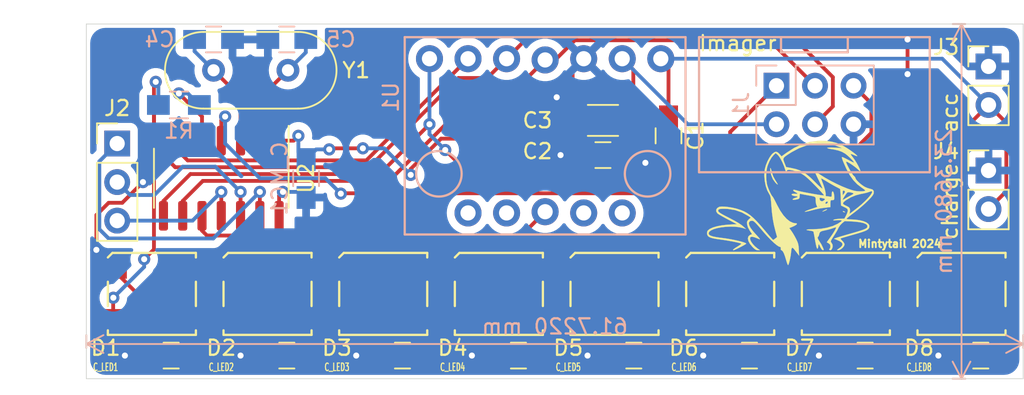
<source format=kicad_pcb>
(kicad_pcb (version 20221018) (generator pcbnew)
  (layers (0 "F.Cu" signal) (31 "B.Cu" signal) (34 "B.Paste" user) (35 "F.Paste" user) (36 "B.SilkS" user "B.Silkscreen") (37 "F.SilkS" user "F.Silkscreen") (38 "B.Mask" user) (39 "F.Mask" user) (44 "Edge.Cuts" user))
  (net 0 "")
  (net 1 "/gnd")
  (net 2 "/+acc")
  (net 3 "/vcc")
  (net 4 "Net-(C4-Pad1)")
  (net 5 "Net-(C5-Pad1)")
  (net 6 "/isp_rst")
  (net 7 "/acc_sdx")
  (net 8 "/acc_scx")
  (net 9 "/acc_sdo")
  (net 10 "Net-(J2-Pad3)")
  (net 11 "Net-(J2-Pad2)")
  (net 12 "Net-(J2-Pad1)")
  (net 13 "/acc_int1")
  (net 14 "/acc_cs")
  (net 15 "Net-(U1-Pad9)")
  (net 16 "Net-(U1-Pad8)")
  (net 17 "Net-(U1-Pad11)")
  (net 18 "Net-(U1-Pad12)")
  (net 19 "/led_in")
  (net 20 "Net-(D1-Pad2)")
  (net 21 "Net-(D2-Pad2)")
  (net 22 "Net-(D3-Pad2)")
  (net 23 "Net-(D4-Pad2)")
  (net 24 "Net-(D5-Pad2)")
  (net 25 "Net-(D6-Pad2)")
  (net 26 "Net-(D8-Pad2)")
  (net 27 "Net-(D7-Pad2)")
  (net 28 "Net-(D1-Pad4)")
  (footprint "Capacitors_SMD:C_1206_HandSoldering" (layer "F.Cu") (at 226.06 83.312 180)
    (fp_text reference "C3" (at 4.318 0) (layer "F.SilkS"))
    (fp_text value "10u")
    (pad "1" smd rect (at -2 0 180) (size 2 1.6) (layers "F.Cu" "F.Paste" "F.Mask") (net 3 "/vcc"))
    (pad "2" smd rect (at 2 0 180) (size 2 1.6) (layers "F.Cu" "F.Paste" "F.Mask") (net 1 "/gnd"))
  )
  (footprint "Capacitors_SMD:C_0805_HandSoldering" (layer "F.Cu") (at 230.378 84.328 -90)
    (fp_text reference "C1" (at 0 -1.778 90) (layer "F.SilkS"))
    (fp_text value "100n")
    (pad "1" smd rect (at -1.25 0 270) (size 1.5 1.25) (layers "F.Cu" "F.Paste" "F.Mask") (net 2 "/+acc"))
    (pad "2" smd rect (at 1.25 0 270) (size 1.5 1.25) (layers "F.Cu" "F.Paste" "F.Mask") (net 1 "/gnd"))
  )
  (footprint "Pin_Headers:Pin_Header_Straight_1x02_Pitch2.54mm" (layer "F.Cu") (at 251.46 86.614)
    (fp_text reference "J4" (at -2.794 -1.27) (layer "F.SilkS"))
    (fp_text value "charge" (at -2.54 2.032 90) (layer "F.SilkS"))
    (pad "1" thru_hole rect (at 0 0) (size 1.7 1.7) (drill 1) (layers "*.Cu" "*.Mask") (net 1 "/gnd"))
    (pad "2" thru_hole oval (at 0 2.54) (size 1.7 1.7) (drill 1) (layers "*.Cu" "*.Mask") (net 2 "/+acc"))
  )
  (footprint "Pin_Headers:Pin_Header_Straight_1x02_Pitch2.54mm" (layer "F.Cu") (at 251.46 79.756)
    (fp_text reference "J3" (at -2.794 -1.27) (layer "F.SilkS"))
    (fp_text value "acc" (at -2.54 3.048 270) (layer "F.SilkS"))
    (pad "1" thru_hole rect (at 0 0) (size 1.7 1.7) (drill 1) (layers "*.Cu" "*.Mask") (net 1 "/gnd"))
    (pad "2" thru_hole oval (at 0 2.54) (size 1.7 1.7) (drill 1) (layers "*.Cu" "*.Mask") (net 2 "/+acc"))
  )
  (footprint "Capacitors_SMD:C_0805_HandSoldering" (layer "F.Cu") (at 197.612 98.806 180)
    (fp_text reference "C_LED1" (at 4.318 -0.762) (layer "F.SilkS") (effects (font (size 0.5 0.3) (thickness 0.075))))
    (fp_text value "100n")
    (pad "1" smd rect (at -1.25 0 180) (size 1.5 1.25) (layers "F.Cu" "F.Paste" "F.Mask") (net 2 "/+acc"))
    (pad "2" smd rect (at 1.25 0 180) (size 1.5 1.25) (layers "F.Cu" "F.Paste" "F.Mask") (net 1 "/gnd"))
  )
  (footprint "misc:LED_WS2812B_PLCC4_5.0x5.0mm_P3.2mm" (layer "F.Cu") (at 196.342 94.742 180)
    (fp_text reference "D1" (at 3.048 -3.556) (layer "F.SilkS"))
    (fp_text value "WS2812B")
    (pad "1" smd rect (at -2.55 -1.6 180) (size 1.8 1.2) (layers "F.Cu" "F.Paste" "F.Mask") (net 2 "/+acc"))
    (pad "2" smd rect (at -2.55 1.6 180) (size 1.8 1.2) (layers "F.Cu" "F.Paste" "F.Mask") (net 20 "Net-(D1-Pad2)"))
    (pad "3" smd rect (at 2.55 1.6 180) (size 1.8 1.2) (layers "F.Cu" "F.Paste" "F.Mask") (net 1 "/gnd"))
    (pad "4" smd rect (at 2.55 -1.6 180) (size 1.8 1.2) (layers "F.Cu" "F.Paste" "F.Mask") (net 28 "Net-(D1-Pad4)"))
  )
  (footprint "misc:LED_WS2812B_PLCC4_5.0x5.0mm_P3.2mm" (layer "F.Cu") (at 219.202 94.742 180)
    (fp_text reference "D4" (at 3.048 -3.556) (layer "F.SilkS"))
    (fp_text value "WS2812B")
    (pad "1" smd rect (at -2.55 -1.6 180) (size 1.8 1.2) (layers "F.Cu" "F.Paste" "F.Mask") (net 2 "/+acc"))
    (pad "2" smd rect (at -2.55 1.6 180) (size 1.8 1.2) (layers "F.Cu" "F.Paste" "F.Mask") (net 23 "Net-(D4-Pad2)"))
    (pad "3" smd rect (at 2.55 1.6 180) (size 1.8 1.2) (layers "F.Cu" "F.Paste" "F.Mask") (net 1 "/gnd"))
    (pad "4" smd rect (at 2.55 -1.6 180) (size 1.8 1.2) (layers "F.Cu" "F.Paste" "F.Mask") (net 22 "Net-(D3-Pad2)"))
  )
  (footprint "misc:LED_WS2812B_PLCC4_5.0x5.0mm_P3.2mm" (layer "F.Cu") (at 226.822 94.742 180)
    (fp_text reference "D5" (at 3.048 -3.556) (layer "F.SilkS"))
    (fp_text value "WS2812B")
    (pad "1" smd rect (at -2.55 -1.6 180) (size 1.8 1.2) (layers "F.Cu" "F.Paste" "F.Mask") (net 2 "/+acc"))
    (pad "2" smd rect (at -2.55 1.6 180) (size 1.8 1.2) (layers "F.Cu" "F.Paste" "F.Mask") (net 24 "Net-(D5-Pad2)"))
    (pad "3" smd rect (at 2.55 1.6 180) (size 1.8 1.2) (layers "F.Cu" "F.Paste" "F.Mask") (net 1 "/gnd"))
    (pad "4" smd rect (at 2.55 -1.6 180) (size 1.8 1.2) (layers "F.Cu" "F.Paste" "F.Mask") (net 23 "Net-(D4-Pad2)"))
  )
  (footprint "misc:LED_WS2812B_PLCC4_5.0x5.0mm_P3.2mm" (layer "F.Cu") (at 249.682 94.742 180)
    (fp_text reference "D8" (at 2.794 -3.556) (layer "F.SilkS"))
    (fp_text value "WS2812B")
    (pad "1" smd rect (at -2.55 -1.6 180) (size 1.8 1.2) (layers "F.Cu" "F.Paste" "F.Mask") (net 2 "/+acc"))
    (pad "2" smd rect (at -2.55 1.6 180) (size 1.8 1.2) (layers "F.Cu" "F.Paste" "F.Mask") (net 26 "Net-(D8-Pad2)"))
    (pad "3" smd rect (at 2.55 1.6 180) (size 1.8 1.2) (layers "F.Cu" "F.Paste" "F.Mask") (net 1 "/gnd"))
    (pad "4" smd rect (at 2.55 -1.6 180) (size 1.8 1.2) (layers "F.Cu" "F.Paste" "F.Mask") (net 27 "Net-(D7-Pad2)"))
  )
  (footprint "misc:LED_WS2812B_PLCC4_5.0x5.0mm_P3.2mm" (layer "F.Cu") (at 234.442 94.742 180)
    (fp_text reference "D6" (at 3.048 -3.556) (layer "F.SilkS"))
    (fp_text value "WS2812B")
    (pad "1" smd rect (at -2.55 -1.6 180) (size 1.8 1.2) (layers "F.Cu" "F.Paste" "F.Mask") (net 2 "/+acc"))
    (pad "2" smd rect (at -2.55 1.6 180) (size 1.8 1.2) (layers "F.Cu" "F.Paste" "F.Mask") (net 25 "Net-(D6-Pad2)"))
    (pad "3" smd rect (at 2.55 1.6 180) (size 1.8 1.2) (layers "F.Cu" "F.Paste" "F.Mask") (net 1 "/gnd"))
    (pad "4" smd rect (at 2.55 -1.6 180) (size 1.8 1.2) (layers "F.Cu" "F.Paste" "F.Mask") (net 24 "Net-(D5-Pad2)"))
  )
  (footprint "misc:LED_WS2812B_PLCC4_5.0x5.0mm_P3.2mm" (layer "F.Cu") (at 242.062 94.742 180)
    (fp_text reference "D7" (at 3.048 -3.556) (layer "F.SilkS"))
    (fp_text value "WS2812B")
    (pad "1" smd rect (at -2.55 -1.6 180) (size 1.8 1.2) (layers "F.Cu" "F.Paste" "F.Mask") (net 2 "/+acc"))
    (pad "2" smd rect (at -2.55 1.6 180) (size 1.8 1.2) (layers "F.Cu" "F.Paste" "F.Mask") (net 27 "Net-(D7-Pad2)"))
    (pad "3" smd rect (at 2.55 1.6 180) (size 1.8 1.2) (layers "F.Cu" "F.Paste" "F.Mask") (net 1 "/gnd"))
    (pad "4" smd rect (at 2.55 -1.6 180) (size 1.8 1.2) (layers "F.Cu" "F.Paste" "F.Mask") (net 25 "Net-(D6-Pad2)"))
  )
  (footprint "Pin_Headers:Pin_Header_Straight_1x03_Pitch2.54mm" (layer "F.Cu") (at 194.056 84.836)
    (fp_text reference "J2" (at 0 -2.33) (layer "F.SilkS"))
    (fp_text value "Conn_01x03_Female")
    (pad "1" thru_hole rect (at 0 0) (size 1.7 1.7) (drill 1) (layers "*.Cu" "*.Mask") (net 12 "Net-(J2-Pad1)"))
    (pad "2" thru_hole oval (at 0 2.54) (size 1.7 1.7) (drill 1) (layers "*.Cu" "*.Mask") (net 11 "Net-(J2-Pad2)"))
    (pad "3" thru_hole oval (at 0 5.08) (size 1.7 1.7) (drill 1) (layers "*.Cu" "*.Mask") (net 10 "Net-(J2-Pad3)"))
  )
  (footprint "Package_SO:SOIC-14_3.9x8.7mm_P1.27mm" (layer "F.Cu") (at 200.914 87.122 -90)
    (fp_text reference "U2" (at 0 -5.588 270) (layer "F.SilkS"))
    (fp_text value "ATtiny24A-SSU")
    (pad "1" smd roundrect (at -2.475 -3.81 270) (size 1.95 0.6) (layers "F.Cu" "F.Paste" "F.Mask") (net 3 "/vcc"))
    (pad "2" smd roundrect (at -2.475 -2.54 270) (size 1.95 0.6) (layers "F.Cu" "F.Paste" "F.Mask") (net 5 "Net-(C5-Pad1)"))
    (pad "3" smd roundrect (at -2.475 -1.27 270) (size 1.95 0.6) (layers "F.Cu" "F.Paste" "F.Mask") (net 4 "Net-(C4-Pad1)"))
    (pad "4" smd roundrect (at -2.475 0 270) (size 1.95 0.6) (layers "F.Cu" "F.Paste" "F.Mask") (net 6 "/isp_rst"))
    (pad "5" smd roundrect (at -2.475 1.27 270) (size 1.95 0.6) (layers "F.Cu" "F.Paste" "F.Mask") (net 19 "/led_in"))
    (pad "6" smd roundrect (at -2.475 2.54 270) (size 1.95 0.6) (layers "F.Cu" "F.Paste" "F.Mask") (net 14 "/acc_cs"))
    (pad "7" smd roundrect (at -2.475 3.81 270) (size 1.95 0.6) (layers "F.Cu" "F.Paste" "F.Mask") (net 7 "/acc_sdx"))
    (pad "8" smd roundrect (at 2.475 3.81 270) (size 1.95 0.6) (layers "F.Cu" "F.Paste" "F.Mask") (net 9 "/acc_sdo"))
    (pad "9" smd roundrect (at 2.475 2.54 270) (size 1.95 0.6) (layers "F.Cu" "F.Paste" "F.Mask") (net 8 "/acc_scx"))
    (pad "10" smd roundrect (at 2.475 1.27 270) (size 1.95 0.6) (layers "F.Cu" "F.Paste" "F.Mask") (net 13 "/acc_int1"))
    (pad "11" smd roundrect (at 2.475 0 270) (size 1.95 0.6) (layers "F.Cu" "F.Paste" "F.Mask") (net 10 "Net-(J2-Pad3)"))
    (pad "12" smd roundrect (at 2.475 -1.27 270) (size 1.95 0.6) (layers "F.Cu" "F.Paste" "F.Mask") (net 11 "Net-(J2-Pad2)"))
    (pad "13" smd roundrect (at 2.475 -2.54 270) (size 1.95 0.6) (layers "F.Cu" "F.Paste" "F.Mask") (net 12 "Net-(J2-Pad1)"))
    (pad "14" smd roundrect (at 2.475 -3.81 270) (size 1.95 0.6) (layers "F.Cu" "F.Paste" "F.Mask") (net 1 "/gnd"))
  )
  (footprint "Crystals:Crystal_HC18-U_Vertical" (layer "F.Cu") (at 200.406 80.01)
    (fp_text reference "Y1" (at 9.398 0) (layer "F.SilkS"))
    (fp_text value "16MHz")
    (pad "1" thru_hole circle (at 0 0) (size 1.5 1.5) (drill 0.8) (layers "*.Cu" "*.Mask") (net 4 "Net-(C4-Pad1)"))
    (pad "2" thru_hole circle (at 4.9 0) (size 1.5 1.5) (drill 0.8) (layers "*.Cu" "*.Mask") (net 5 "Net-(C5-Pad1)"))
  )
  (footprint "Capacitors_SMD:C_0805_HandSoldering" (layer "F.Cu") (at 226.06 85.598 180)
    (fp_text reference "C2" (at 4.318 0.254) (layer "F.SilkS"))
    (fp_text value "100n")
    (pad "1" smd rect (at -1.25 0 180) (size 1.5 1.25) (layers "F.Cu" "F.Paste" "F.Mask") (net 3 "/vcc"))
    (pad "2" smd rect (at 1.25 0 180) (size 1.5 1.25) (layers "F.Cu" "F.Paste" "F.Mask") (net 1 "/gnd"))
  )
  (footprint "Capacitors_SMD:C_0805_HandSoldering" (layer "F.Cu") (at 228.092 98.806 180)
    (fp_text reference "C_LED5" (at 4.318 -0.762) (layer "F.SilkS") (effects (font (size 0.5 0.3) (thickness 0.075))))
    (fp_text value "100n")
    (pad "1" smd rect (at -1.25 0 180) (size 1.5 1.25) (layers "F.Cu" "F.Paste" "F.Mask") (net 2 "/+acc"))
    (pad "2" smd rect (at 1.25 0 180) (size 1.5 1.25) (layers "F.Cu" "F.Paste" "F.Mask") (net 1 "/gnd"))
  )
  (footprint "Capacitors_SMD:C_0805_HandSoldering" (layer "F.Cu") (at 220.492 98.806 180)
    (fp_text reference "C_LED4" (at 4.338 -0.762) (layer "F.SilkS") (effects (font (size 0.5 0.3) (thickness 0.075))))
    (fp_text value "100n")
    (pad "1" smd rect (at -1.25 0 180) (size 1.5 1.25) (layers "F.Cu" "F.Paste" "F.Mask") (net 2 "/+acc"))
    (pad "2" smd rect (at 1.25 0 180) (size 1.5 1.25) (layers "F.Cu" "F.Paste" "F.Mask") (net 1 "/gnd"))
  )
  (footprint "Capacitors_SMD:C_0805_HandSoldering" (layer "F.Cu") (at 212.852 98.806 180)
    (fp_text reference "C_LED3" (at 4.318 -0.762) (layer "F.SilkS") (effects (font (size 0.5 0.3) (thickness 0.075))))
    (fp_text value "100n")
    (pad "1" smd rect (at -1.25 0 180) (size 1.5 1.25) (layers "F.Cu" "F.Paste" "F.Mask") (net 2 "/+acc"))
    (pad "2" smd rect (at 1.25 0 180) (size 1.5 1.25) (layers "F.Cu" "F.Paste" "F.Mask") (net 1 "/gnd"))
  )
  (footprint "Capacitors_SMD:C_0805_HandSoldering" (layer "F.Cu") (at 205.232 98.806 180)
    (fp_text reference "C_LED2" (at 4.318 -0.762) (layer "F.SilkS") (effects (font (size 0.5 0.3) (thickness 0.075))))
    (fp_text value "100n")
    (pad "1" smd rect (at -1.25 0 180) (size 1.5 1.25) (layers "F.Cu" "F.Paste" "F.Mask") (net 2 "/+acc"))
    (pad "2" smd rect (at 1.25 0 180) (size 1.5 1.25) (layers "F.Cu" "F.Paste" "F.Mask") (net 1 "/gnd"))
  )
  (footprint "Capacitors_SMD:C_0805_HandSoldering" (layer "F.Cu") (at 250.952 98.806 180)
    (fp_text reference "C_LED8" (at 4.064 -0.762) (layer "F.SilkS") (effects (font (size 0.5 0.3) (thickness 0.075))))
    (fp_text value "100n")
    (pad "1" smd rect (at -1.25 0 180) (size 1.5 1.25) (layers "F.Cu" "F.Paste" "F.Mask") (net 2 "/+acc"))
    (pad "2" smd rect (at 1.25 0 180) (size 1.5 1.25) (layers "F.Cu" "F.Paste" "F.Mask") (net 1 "/gnd"))
  )
  (footprint "Capacitors_SMD:C_0805_HandSoldering" (layer "F.Cu") (at 235.712 98.806 180)
    (fp_text reference "C_LED6" (at 4.318 -0.762) (layer "F.SilkS") (effects (font (size 0.5 0.3) (thickness 0.075))))
    (fp_text value "100n")
    (pad "1" smd rect (at -1.25 0 180) (size 1.5 1.25) (layers "F.Cu" "F.Paste" "F.Mask") (net 2 "/+acc"))
    (pad "2" smd rect (at 1.25 0 180) (size 1.5 1.25) (layers "F.Cu" "F.Paste" "F.Mask") (net 1 "/gnd"))
  )
  (footprint "Capacitors_SMD:C_0805_HandSoldering" (layer "F.Cu") (at 243.332 98.806 180)
    (fp_text reference "C_LED7" (at 4.318 -0.762) (layer "F.SilkS") (effects (font (size 0.5 0.3) (thickness 0.075))))
    (fp_text value "100n")
    (pad "1" smd rect (at -1.25 0 180) (size 1.5 1.25) (layers "F.Cu" "F.Paste" "F.Mask") (net 2 "/+acc"))
    (pad "2" smd rect (at 1.25 0 180) (size 1.5 1.25) (layers "F.Cu" "F.Paste" "F.Mask") (net 1 "/gnd"))
  )
  (footprint "misc:LED_WS2812B_PLCC4_5.0x5.0mm_P3.2mm" (layer "F.Cu") (at 203.962 94.742 180)
    (fp_text reference "D2" (at 3.048 -3.556) (layer "F.SilkS"))
    (fp_text value "WS2812B")
    (pad "1" smd rect (at -2.55 -1.6 180) (size 1.8 1.2) (layers "F.Cu" "F.Paste" "F.Mask") (net 2 "/+acc"))
    (pad "2" smd rect (at -2.55 1.6 180) (size 1.8 1.2) (layers "F.Cu" "F.Paste" "F.Mask") (net 21 "Net-(D2-Pad2)"))
    (pad "3" smd rect (at 2.55 1.6 180) (size 1.8 1.2) (layers "F.Cu" "F.Paste" "F.Mask") (net 1 "/gnd"))
    (pad "4" smd rect (at 2.55 -1.6 180) (size 1.8 1.2) (layers "F.Cu" "F.Paste" "F.Mask") (net 20 "Net-(D1-Pad2)"))
  )
  (footprint "misc:LED_WS2812B_PLCC4_5.0x5.0mm_P3.2mm" (layer "F.Cu") (at 211.582 94.742 180)
    (fp_text reference "D3" (at 3.048 -3.556) (layer "F.SilkS"))
    (fp_text value "WS2812B")
    (pad "1" smd rect (at -2.55 -1.6 180) (size 1.8 1.2) (layers "F.Cu" "F.Paste" "F.Mask") (net 2 "/+acc"))
    (pad "2" smd rect (at -2.55 1.6 180) (size 1.8 1.2) (layers "F.Cu" "F.Paste" "F.Mask") (net 22 "Net-(D3-Pad2)"))
    (pad "3" smd rect (at 2.55 1.6 180) (size 1.8 1.2) (layers "F.Cu" "F.Paste" "F.Mask") (net 1 "/gnd"))
    (pad "4" smd rect (at 2.55 -1.6 180) (size 1.8 1.2) (layers "F.Cu" "F.Paste" "F.Mask") (net 21 "Net-(D2-Pad2)"))
  )
  (footprint "hw:RD keeper" (layer "F.Cu") (at 238.252 88.646)
    (fp_text reference "G***" hide)
    (fp_text value "LOGO" hide)
  )
  (footprint "modules:6D_BMI160" (layer "B.Cu") (at 222.25 84.328 90)
    (fp_text reference "U1" (at 2.54 -10.16 -90) (layer "B.SilkS") (effects (justify mirror)))
    (fp_text value "6D_BMI160")
    (pad "1" thru_hole circle (at 5.08 7.62 90) (size 1.78 1.78) (drill 1) (layers "*.Cu" "*.Mask") (net 2 "/+acc"))
    (pad "2" thru_hole circle (at 5.08 5.08 90) (size 1.78 1.78) (drill 1) (layers "*.Cu" "*.Mask") (net 3 "/vcc"))
    (pad "3" thru_hole circle (at 5.08 2.54 90) (size 1.78 1.78) (drill 1) (layers "*.Cu" "*.Mask") (net 1 "/gnd"))
    (pad "4" thru_hole circle (at 5 0 90) (size 1.78 1.78) (drill 1) (layers "*.Cu" "*.Mask") (net 8 "/acc_scx"))
    (pad "5" thru_hole circle (at 5.08 -2.54 90) (size 1.78 1.78) (drill 1) (layers "*.Cu" "*.Mask") (net 7 "/acc_sdx"))
    (pad "6" thru_hole circle (at 5.08 -5.08 90) (size 1.78 1.78) (drill 1) (layers "*.Cu" "*.Mask") (net 14 "/acc_cs"))
    (pad "7" thru_hole circle (at 5.08 -7.62 90) (size 1.78 1.78) (drill 1) (layers "*.Cu" "*.Mask") (net 9 "/acc_sdo"))
    (pad "8" thru_hole circle (at -5.08 -5.08 90) (size 1.78 1.78) (drill 1) (layers "*.Cu" "*.Mask") (net 16 "Net-(U1-Pad8)"))
    (pad "9" thru_hole circle (at -5.08 -2.54 90) (size 1.78 1.78) (drill 1) (layers "*.Cu" "*.Mask") (net 15 "Net-(U1-Pad9)"))
    (pad "10" thru_hole circle (at -5 0 90) (size 1.78 1.78) (drill 1) (layers "*.Cu" "*.Mask") (net 13 "/acc_int1"))
    (pad "11" thru_hole circle (at -5.08 2.54 90) (size 1.78 1.78) (drill 1) (layers "*.Cu" "*.Mask") (net 17 "Net-(U1-Pad11)"))
    (pad "12" thru_hole circle (at -5.08 5.08 90) (size 1.78 1.78) (drill 1) (layers "*.Cu" "*.Mask") (net 18 "Net-(U1-Pad12)"))
  )
  (footprint "Capacitors_SMD:C_0805_HandSoldering" (layer "B.Cu") (at 205.232 77.978 180)
    (fp_text reference "C5" (at -3.556 0) (layer "B.SilkS") (effects (justify mirror)))
    (fp_text value "22p")
    (pad "1" smd rect (at -1.25 0 180) (size 1.5 1.25) (layers "B.Cu" "B.Paste" "B.Mask") (net 5 "Net-(C5-Pad1)"))
    (pad "2" smd rect (at 1.25 0 180) (size 1.5 1.25) (layers "B.Cu" "B.Paste" "B.Mask") (net 1 "/gnd"))
  )
  (footprint "misc:AVR_ISP_TH_6" (layer "B.Cu") (at 237.49 81.026 -90)
    (fp_text reference "J1" (at 1.27 2.33 90) (layer "B.SilkS") (effects (justify mirror)))
    (fp_text value "AVR-ISP-6")
    (pad "1" thru_hole rect (at 0 0 270) (size 1.7 1.7) (drill 1) (layers "*.Cu" "*.Mask") (net 9 "/acc_sdo"))
    (pad "2" thru_hole oval (at 2.54 0 270) (size 1.7 1.7) (drill 1) (layers "*.Cu" "*.Mask") (net 3 "/vcc"))
    (pad "3" thru_hole oval (at 0 -2.54 270) (size 1.7 1.7) (drill 1) (layers "*.Cu" "*.Mask") (net 8 "/acc_scx"))
    (pad "4" thru_hole oval (at 2.54 -2.54 270) (size 1.7 1.7) (drill 1) (layers "*.Cu" "*.Mask") (net 7 "/acc_sdx"))
    (pad "5" thru_hole oval (at 0 -5.08 270) (size 1.7 1.7) (drill 1) (layers "*.Cu" "*.Mask") (net 6 "/isp_rst"))
    (pad "6" thru_hole oval (at 2.54 -5.08 270) (size 1.7 1.7) (drill 1) (layers "*.Cu" "*.Mask") (net 1 "/gnd"))
  )
  (footprint "Capacitors_SMD:C_0805_HandSoldering" (layer "B.Cu") (at 200.406 77.978)
    (fp_text reference "C4" (at -3.556 0) (layer "B.SilkS") (effects (justify mirror)))
    (fp_text value "22p")
    (pad "1" smd rect (at -1.25 0) (size 1.5 1.25) (layers "B.Cu" "B.Paste" "B.Mask") (net 4 "Net-(C4-Pad1)"))
    (pad "2" smd rect (at 1.25 0) (size 1.5 1.25) (layers "B.Cu" "B.Paste" "B.Mask") (net 1 "/gnd"))
  )
  (footprint "Capacitors_SMD:C_0805_HandSoldering" (layer "B.Cu") (at 206.502 87.142 -90)
    (fp_text reference "C_MC1" (at 0 1.75 270) (layer "B.SilkS") (effects (justify mirror)))
    (fp_text value "100n")
    (pad "1" smd rect (at -1.25 0 270) (size 1.5 1.25) (layers "B.Cu" "B.Paste" "B.Mask") (net 3 "/vcc"))
    (pad "2" smd rect (at 1.25 0 270) (size 1.5 1.25) (layers "B.Cu" "B.Paste" "B.Mask") (net 1 "/gnd"))
  )
  (footprint "Resistors_SMD:R_0805_HandSoldering" (layer "B.Cu") (at 198.12 82.296)
    (fp_text reference "R1" (at 0 1.7) (layer "B.SilkS") (effects (justify mirror)))
    (fp_text value "500")
    (pad "1" smd rect (at -1.35 0) (size 1.5 1.3) (layers "B.Cu" "B.Paste" "B.Mask") (net 28 "Net-(D1-Pad4)"))
    (pad "2" smd rect (at 1.35 0) (size 1.5 1.3) (layers "B.Cu" "B.Paste" "B.Mask") (net 19 "/led_in"))
  )
  (gr_line (start 192.024 100.33) (end 192.024 76.962) (stroke (width 0.05)) (layer "Edge.Cuts"))
  (gr_line (start 253.746 76.962) (end 253.746 100.33) (stroke (width 0.05)) (layer "Edge.Cuts"))
  (gr_line (start 253.746 100.33) (end 192.024 100.33) (stroke (width 0.05)) (layer "Edge.Cuts"))
  (gr_line (start 192.024 76.962) (end 253.746 76.962) (stroke (width 0.05)) (layer "Edge.Cuts"))
  (gr_text "Mintytail 2024" (at 245.618 91.44) (layer "F.SilkS") (effects (font (size 0.5 0.5) (thickness 0.125))))
  (gr_text "Imager" (at 234.95 78.232) (layer "F.SilkS") (effects (font (size 1 1))))
  (dimension (type aligned) (layer "B.SilkS") (pts (xy 253.746 98.298) (xy 192.024 98.298)) (height 0.254) (gr_text "61.7220 mm" (at 222.885 96.894) (layer "B.SilkS") (effects (font (size 1 1) (thickness 0.15)) (justify mirror))) (format (prefix "") (suffix "") (units 2) (units_format 1) (precision 4)) (style (thickness 0.12) (arrow_length 1.27) (text_position_mode 0) (extension_height 0.58642) (extension_offset 0) keep_text_aligned))
  (dimension (type aligned) (layer "B.SilkS") (pts (xy 249.936 76.962) (xy 249.936 100.33)) (height 0.254) (gr_text "23.3680 mm" (at 248.532 88.646 90) (layer "B.SilkS") (effects (font (size 1 1) (thickness 0.15)) (justify mirror))) (format (prefix "") (suffix "") (units 2) (units_format 1) (precision 4)) (style (thickness 0.12) (arrow_length 1.27) (text_position_mode 0) (extension_height 0.58642) (extension_offset 0) keep_text_aligned))
  (segment (start 242.082 98.806) (end 240.284 98.806) (width 0.25) (layer "F.Cu") (net 1))
  (segment (start 201.412 93.142) (end 203.982 95.712) (width 0.25) (layer "F.Cu") (net 1))
  (segment (start 231.892 93.142) (end 234.462 95.712) (width 0.25) (layer "F.Cu") (net 1))
  (segment (start 242.082 95.712) (end 242.082 98.806) (width 0.25) (layer "F.Cu") (net 1))
  (segment (start 226.842 98.806) (end 225.044 98.806) (width 0.25) (layer "F.Cu") (net 1))
  (segment (start 246.126 77.978) (end 246.126 80.264) (width 0.25) (layer "F.Cu") (net 1))
  (segment (start 239.512 93.142) (end 242.082 95.712) (width 0.25) (layer "F.Cu") (net 1))
  (segment (start 204.724 88.276039) (end 204.978 88.022039) (width 0.25) (layer "F.Cu") (net 1))
  (segment (start 196.362 95.712) (end 196.362 98.806) (width 0.25) (layer "F.Cu") (net 1))
  (segment (start 224.81 85.598) (end 223.266 85.598) (width 0.25) (layer "F.Cu") (net 1))
  (segment (start 226.842 95.712) (end 226.842 98.806) (width 0.25) (layer "F.Cu") (net 1))
  (segment (start 192.684999 89.547999) (end 192.684999 91.841202) (width 0.25) (layer "F.Cu") (net 1))
  (segment (start 234.462 98.806) (end 232.664 98.806) (width 0.25) (layer "F.Cu") (net 1))
  (segment (start 224.06 79.978) (end 224.79 79.248) (width 0.25) (layer "F.Cu") (net 1))
  (segment (start 224.06 84.848) (end 224.81 85.598) (width 0.25) (layer "F.Cu") (net 1))
  (segment (start 194.388991 88.740999) (end 193.491999 88.740999) (width 0.25) (layer "F.Cu") (net 1))
  (segment (start 203.982 98.806) (end 202.184 98.806) (width 0.25) (layer "F.Cu") (net 1))
  (segment (start 249.702 98.806) (end 248.158 98.806) (width 0.25) (layer "F.Cu") (net 1))
  (segment (start 224.272 93.142) (end 226.842 95.712) (width 0.25) (layer "F.Cu") (net 1))
  (segment (start 247.132 93.142) (end 249.702 95.712) (width 0.25) (layer "F.Cu") (net 1))
  (segment (start 229.382 85.578) (end 228.854 86.106) (width 0.25) (layer "F.Cu") (net 1))
  (segment (start 219.242 98.806) (end 217.424 98.806) (width 0.25) (layer "F.Cu") (net 1))
  (segment (start 224.06 83.312) (end 224.06 82.836) (width 0.25) (layer "F.Cu") (net 1))
  (segment (start 224.06 83.312) (end 224.06 79.978) (width 0.25) (layer "F.Cu") (net 1))
  (segment (start 211.602 98.806) (end 209.804 98.806) (width 0.25) (layer "F.Cu") (net 1))
  (segment (start 193.491999 88.740999) (end 192.684999 89.547999) (width 0.25) (layer "F.Cu") (net 1))
  (segment (start 209.032 93.142) (end 211.602 95.712) (width 0.25) (layer "F.Cu") (net 1))
  (segment (start 224.06 83.312) (end 224.06 84.848) (width 0.25) (layer "F.Cu") (net 1))
  (segment (start 204.724 89.597) (end 204.724 88.276039) (width 0.25) (layer "F.Cu") (net 1))
  (segment (start 219.242 95.732) (end 219.242 98.806) (width 0.25) (layer "F.Cu") (net 1))
  (segment (start 193.792 93.142) (end 196.362 95.712) (width 0.25) (layer "F.Cu") (net 1))
  (segment (start 211.602 95.712) (end 211.602 98.806) (width 0.25) (layer "F.Cu") (net 1))
  (segment (start 234.462 95.712) (end 234.462 98.806) (width 0.25) (layer "F.Cu") (net 1))
  (segment (start 195.75399 87.376) (end 194.388991 88.740999) (width 0.25) (layer "F.Cu") (net 1))
  (segment (start 230.378 85.578) (end 229.382 85.578) (width 0.25) (layer "F.Cu") (net 1))
  (segment (start 203.982 95.712) (end 203.982 98.806) (width 0.25) (layer "F.Cu") (net 1))
  (segment (start 224.06 82.836) (end 223.012 81.788) (width 0.25) (layer "F.Cu") (net 1))
  (segment (start 216.652 93.142) (end 219.242 95.732) (width 0.25) (layer "F.Cu") (net 1))
  (segment (start 249.702 95.712) (end 249.702 98.806) (width 0.25) (layer "F.Cu") (net 1))
  (segment (start 196.362 98.806) (end 194.564 98.806) (width 0.25) (layer "F.Cu") (net 1))
  (segment (start 193.485 93.05) (end 193.409999 92.974999) (width 0.25) (layer "F.Cu") (net 1))
  (via (at 232.664 98.806) (size 0.8) (drill 0.4) (layers "F.Cu" "B.Cu") (net 1))
  (via (at 246.126 77.978) (size 0.8) (drill 0.4) (layers "F.Cu" "B.Cu") (net 1))
  (via (at 192.684999 91.841202) (size 0.8) (drill 0.4) (layers "F.Cu" "B.Cu") (net 1))
  (via (at 223.012 81.788) (size 0.8) (drill 0.4) (layers "F.Cu" "B.Cu") (net 1))
  (via (at 202.184 98.806) (size 0.8) (drill 0.4) (layers "F.Cu" "B.Cu") (net 1))
  (via (at 204.978 88.022039) (size 0.8) (drill 0.4) (layers "F.Cu" "B.Cu") (net 1))
  (via (at 228.854 86.106) (size 0.8) (drill 0.4) (layers "F.Cu" "B.Cu") (net 1))
  (via (at 223.266 85.598) (size 0.8) (drill 0.4) (layers "F.Cu" "B.Cu") (net 1))
  (via (at 217.424 98.806) (size 0.8) (drill 0.4) (layers "F.Cu" "B.Cu") (net 1))
  (via (at 240.284 98.806) (size 0.8) (drill 0.4) (layers "F.Cu" "B.Cu") (net 1))
  (via (at 248.158 98.806) (size 0.8) (drill 0.4) (layers "F.Cu" "B.Cu") (net 1))
  (via (at 194.564 98.806) (size 0.8) (drill 0.4) (layers "F.Cu" "B.Cu") (net 1))
  (via (at 209.804 98.806) (size 0.8) (drill 0.4) (layers "F.Cu" "B.Cu") (net 1))
  (via (at 246.126 80.264) (size 0.8) (drill 0.4) (layers "F.Cu" "B.Cu") (net 1))
  (via (at 225.044 98.806) (size 0.8) (drill 0.4) (layers "F.Cu" "B.Cu") (net 1))
  (via (at 195.75399 87.376) (size 0.8) (drill 0.4) (layers "F.Cu" "B.Cu") (net 1))
  (segment (start 204.978 88.022039) (end 206.132039 88.022039) (width 0.25) (layer "B.Cu") (net 1))
  (segment (start 195.834 87.376) (end 195.75399 87.376) (width 0.25) (layer "B.Cu") (net 1))
  (segment (start 206.132039 88.022039) (end 206.502 88.392) (width 0.25) (layer "B.Cu") (net 1))
  (segment (start 214.056001 99.756001) (end 221.676001 99.756001) (width 0.25) (layer "F.Cu") (net 2))
  (segment (start 230.378 83.078) (end 230.378 79.756) (width 0.25) (layer "F.Cu") (net 2))
  (segment (start 244.582 96.372) (end 244.612 96.342) (width 0.25) (layer "F.Cu") (net 2))
  (segment (start 214.102 98.806) (end 214.102 96.372) (width 0.25) (layer "F.Cu") (net 2))
  (segment (start 221.742 98.806) (end 221.742 99.690002) (width 0.25) (layer "F.Cu") (net 2))
  (segment (start 221.742 98.806) (end 221.742 96.352) (width 0.25) (layer "F.Cu") (net 2))
  (segment (start 252.635001 83.471001) (end 251.46 82.296) (width 0.25) (layer "F.Cu") (net 2))
  (segment (start 252.635001 87.978999) (end 252.635001 83.471001) (width 0.25) (layer "F.Cu") (net 2))
  (segment (start 214.102 99.710002) (end 214.056001 99.756001) (width 0.25) (layer "F.Cu") (net 2))
  (segment (start 229.342 98.806) (end 229.342 96.372) (width 0.25) (layer "F.Cu") (net 2))
  (segment (start 221.676001 99.756001) (end 229.296001 99.756001) (width 0.25) (layer "F.Cu") (net 2))
  (segment (start 229.296001 99.756001) (end 236.916001 99.756001) (width 0.25) (layer "F.Cu") (net 2))
  (segment (start 198.862 98.806) (end 198.862 96.372) (width 0.25) (layer "F.Cu") (net 2))
  (segment (start 249.428 93.98) (end 250.777001 95.329001) (width 0.25) (layer "F.Cu") (net 2))
  (segment (start 206.482 99.710002) (end 206.436001 99.756001) (width 0.25) (layer "F.Cu") (net 2))
  (segment (start 206.436001 99.756001) (end 214.056001 99.756001) (width 0.25) (layer "F.Cu") (net 2))
  (segment (start 236.916001 99.756001) (end 244.536001 99.756001) (width 0.25) (layer "F.Cu") (net 2))
  (segment (start 206.482 98.806) (end 206.482 96.372) (width 0.25) (layer "F.Cu") (net 2))
  (segment (start 251.46 82.296) (end 249.428 84.328) (width 0.25) (layer "F.Cu") (net 2))
  (segment (start 214.102 96.372) (end 214.132 96.342) (width 0.25) (layer "F.Cu") (net 2))
  (segment (start 250.777001 95.329001) (end 250.777001 99.742999) (width 0.25) (layer "F.Cu") (net 2))
  (segment (start 244.582 98.806) (end 244.582 99.710002) (width 0.25) (layer "F.Cu") (net 2))
  (segment (start 229.342 99.710002) (end 229.296001 99.756001) (width 0.25) (layer "F.Cu") (net 2))
  (segment (start 250.886001 99.756001) (end 251.251999 99.756001) (width 0.25) (layer "F.Cu") (net 2))
  (segment (start 244.582 98.806) (end 244.582 96.372) (width 0.25) (layer "F.Cu") (net 2))
  (segment (start 252.202 98.806) (end 252.202 96.372) (width 0.25) (layer "F.Cu") (net 2))
  (segment (start 198.862 96.372) (end 198.892 96.342) (width 0.25) (layer "F.Cu") (net 2))
  (segment (start 236.962 98.806) (end 236.962 99.710002) (width 0.25) (layer "F.Cu") (net 2))
  (segment (start 250.763999 99.756001) (end 250.886001 99.756001) (width 0.25) (layer "F.Cu") (net 2))
  (segment (start 244.582 99.710002) (end 244.536001 99.756001) (width 0.25) (layer "F.Cu") (net 2))
  (segment (start 206.482 96.372) (end 206.512 96.342) (width 0.25) (layer "F.Cu") (net 2))
  (segment (start 230.378 79.756) (end 229.87 79.248) (width 0.25) (layer "F.Cu") (net 2))
  (segment (start 206.482 98.806) (end 206.482 99.710002) (width 0.25) (layer "F.Cu") (net 2))
  (segment (start 236.962 96.372) (end 236.992 96.342) (width 0.25) (layer "F.Cu") (net 2))
  (segment (start 250.777001 99.742999) (end 250.763999 99.756001) (width 0.25) (layer "F.Cu") (net 2))
  (segment (start 214.102 98.806) (end 214.102 99.710002) (width 0.25) (layer "F.Cu") (net 2))
  (segment (start 236.962 98.806) (end 236.962 96.372) (width 0.25) (layer "F.Cu") (net 2))
  (segment (start 236.962 99.710002) (end 236.916001 99.756001) (width 0.25) (layer "F.Cu") (net 2))
  (segment (start 221.742 96.352) (end 221.752 96.342) (width 0.25) (layer "F.Cu") (net 2))
  (segment (start 249.428 84.328) (end 249.428 93.98) (width 0.25) (layer "F.Cu") (net 2))
  (segment (start 198.862 98.806) (end 199.812001 99.756001) (width 0.25) (layer "F.Cu") (net 2))
  (segment (start 221.742 99.690002) (end 221.676001 99.756001) (width 0.25) (layer "F.Cu") (net 2))
  (segment (start 251.46 89.154) (end 252.635001 87.978999) (width 0.25) (layer "F.Cu") (net 2))
  (segment (start 244.536001 99.756001) (end 250.763999 99.756001) (width 0.25) (layer "F.Cu") (net 2))
  (segment (start 229.342 98.806) (end 229.342 99.710002) (width 0.25) (layer "F.Cu") (net 2))
  (segment (start 199.812001 99.756001) (end 206.436001 99.756001) (width 0.25) (layer "F.Cu") (net 2))
  (segment (start 251.251999 99.756001) (end 252.202 98.806) (width 0.25) (layer "F.Cu") (net 2))
  (segment (start 229.342 96.372) (end 229.372 96.342) (width 0.25) (layer "F.Cu") (net 2))
  (segment (start 252.202 96.372) (end 252.232 96.342) (width 0.25) (layer "F.Cu") (net 2))
  (segment (start 229.87 79.248) (end 248.412 79.248) (width 0.25) (layer "B.Cu") (net 2))
  (segment (start 248.412 79.248) (end 251.46 82.296) (width 0.25) (layer "B.Cu") (net 2))
  (segment (start 228.06 84.848) (end 227.31 85.598) (width 0.25) (layer "F.Cu") (net 3))
  (segment (start 219.333998 86.868) (end 216.981999 84.516001) (width 0.25) (layer "F.Cu") (net 3))
  (segment (start 210.241342 85.151352) (end 208.096658 85.151352) (width 0.25) (layer "F.Cu") (net 3))
  (segment (start 226.04 86.868) (end 219.333998 86.868) (width 0.25) (layer "F.Cu") (net 3))
  (segment (start 215.389411 84.516001) (end 213.393154 86.512258) (width 0.25) (layer "F.Cu") (net 3))
  (segment (start 216.981999 84.516001) (end 215.389411 84.516001) (width 0.25) (layer "F.Cu") (net 3))
  (segment (start 228.06 83.312) (end 228.06 84.848) (width 0.25) (layer "F.Cu") (net 3))
  (segment (start 204.724 84.647) (end 205.675 84.647) (width 0.25) (layer "F.Cu") (net 3))
  (segment (start 227.31 85.598) (end 226.04 86.868) (width 0.25) (layer "F.Cu") (net 3))
  (segment (start 228.06 79.978) (end 227.33 79.248) (width 0.25) (layer "F.Cu") (net 3))
  (segment (start 228.06 83.312) (end 228.06 79.978) (width 0.25) (layer "F.Cu") (net 3))
  (segment (start 213.393154 86.512258) (end 213.393154 86.901154) (width 0.25) (layer "F.Cu") (net 3))
  (segment (start 208.096658 85.151352) (end 208.026 85.22201) (width 0.25) (layer "F.Cu") (net 3))
  (segment (start 205.675 84.647) (end 205.994 84.328) (width 0.25) (layer "F.Cu") (net 3))
  (via (at 213.393154 86.901154) (size 0.8) (drill 0.4) (layers "F.Cu" "B.Cu") (net 3))
  (via (at 205.994 84.328) (size 0.8) (drill 0.4) (layers "F.Cu" "B.Cu") (net 3))
  (via (at 210.241342 85.151352) (size 0.8) (drill 0.4) (layers "F.Cu" "B.Cu") (net 3))
  (via (at 208.026 85.22201) (size 0.8) (drill 0.4) (layers "F.Cu" "B.Cu") (net 3))
  (segment (start 208.026 85.22201) (end 207.17199 85.22201) (width 0.25) (layer "B.Cu") (net 3))
  (segment (start 211.643352 85.151352) (end 210.241342 85.151352) (width 0.25) (layer "B.Cu") (net 3))
  (segment (start 210.373352 85.151352) (end 210.241342 85.151352) (width 0.25) (layer "B.Cu") (net 3))
  (segment (start 213.393154 86.901154) (end 211.643352 85.151352) (width 0.25) (layer "B.Cu") (net 3))
  (segment (start 237.49 83.566) (end 231.648 83.566) (width 0.25) (layer "B.Cu") (net 3))
  (segment (start 205.994 85.384) (end 206.502 85.892) (width 0.25) (layer "B.Cu") (net 3))
  (segment (start 205.994 84.328) (end 205.994 85.384) (width 0.25) (layer "B.Cu") (net 3))
  (segment (start 231.648 83.566) (end 227.33 79.248) (width 0.25) (layer "B.Cu") (net 3))
  (segment (start 207.17199 85.22201) (end 206.502 85.892) (width 0.25) (layer "B.Cu") (net 3))
  (segment (start 202.184 81.788) (end 200.406 80.01) (width 0.25) (layer "F.Cu") (net 4))
  (segment (start 202.184 84.647) (end 202.184 81.788) (width 0.25) (layer "F.Cu") (net 4))
  (segment (start 199.156 77.978) (end 199.156 78.76) (width 0.25) (layer "B.Cu") (net 4))
  (segment (start 199.156 78.76) (end 200.406 80.01) (width 0.25) (layer "B.Cu") (net 4))
  (segment (start 203.454 84.647) (end 203.454 81.862) (width 0.25) (layer "F.Cu") (net 5))
  (segment (start 203.454 81.862) (end 205.306 80.01) (width 0.25) (layer "F.Cu") (net 5))
  (segment (start 206.482 77.978) (end 206.482 78.834) (width 0.25) (layer "B.Cu") (net 5))
  (segment (start 206.482 78.834) (end 205.306 80.01) (width 0.25) (layer "B.Cu") (net 5))
  (segment (start 208.813001 88.112999) (end 208.788 88.138) (width 0.25) (layer "F.Cu") (net 6))
  (segment (start 243.745001 84.130001) (end 239.762003 88.112999) (width 0.25) (layer "F.Cu") (net 6))
  (segment (start 242.57 81.026) (end 243.745001 82.201001) (width 0.25) (layer "F.Cu") (net 6))
  (segment (start 200.914 83.312) (end 201.168 83.058) (width 0.25) (layer "F.Cu") (net 6))
  (segment (start 208.788 88.138) (end 208.911155 88.261155) (width 0.25) (layer "F.Cu") (net 6))
  (segment (start 243.745001 82.201001) (end 243.745001 84.130001) (width 0.25) (layer "F.Cu") (net 6))
  (segment (start 239.762003 88.112999) (end 208.813001 88.112999) (width 0.25) (layer "F.Cu") (net 6))
  (segment (start 200.914 84.582) (end 200.914 83.312) (width 0.25) (layer "F.Cu") (net 6))
  (via (at 201.168 83.058) (size 0.8) (drill 0.4) (layers "F.Cu" "B.Cu") (net 6))
  (via (at 208.788 88.138) (size 0.8) (drill 0.4) (layers "F.Cu" "B.Cu") (net 6))
  (segment (start 203.327 86.995) (end 203.454 87.122) (width 0.25) (layer "B.Cu") (net 6))
  (segment (start 203.454 87.122) (end 207.772 87.122) (width 0.25) (layer "B.Cu") (net 6))
  (segment (start 201.168 84.836) (end 203.327 86.995) (width 0.25) (layer "B.Cu") (net 6))
  (segment (start 207.772 87.122) (end 208.788 88.138) (width 0.25) (layer "B.Cu") (net 6))
  (segment (start 201.168 83.058) (end 201.168 84.836) (width 0.25) (layer "B.Cu") (net 6))
  (segment (start 197.104 84.647) (end 197.104 85.622) (width 0.25) (layer "F.Cu") (net 7))
  (segment (start 241.205001 80.461999) (end 241.205001 82.390999) (width 0.25) (layer "F.Cu") (net 7))
  (segment (start 216.53641 80.518) (end 218.44 80.518) (width 0.25) (layer "F.Cu") (net 7))
  (segment (start 221.37501 77.58299) (end 238.325992 77.58299) (width 0.25) (layer "F.Cu") (net 7))
  (segment (start 238.325992 77.58299) (end 241.205001 80.461999) (width 0.25) (layer "F.Cu") (net 7))
  (segment (start 219.71 79.248) (end 221.37501 77.58299) (width 0.25) (layer "F.Cu") (net 7))
  (segment (start 218.44 80.518) (end 219.71 79.248) (width 0.25) (layer "F.Cu") (net 7))
  (segment (start 197.879019 86.397019) (end 210.657391 86.397019) (width 0.25) (layer "F.Cu") (net 7))
  (segment (start 197.104 85.622) (end 197.879019 86.397019) (width 0.25) (layer "F.Cu") (net 7))
  (segment (start 210.657391 86.397019) (end 216.53641 80.518) (width 0.25) (layer "F.Cu") (net 7))
  (segment (start 241.205001 82.390999) (end 240.03 83.566) (width 0.25) (layer "F.Cu") (net 7))
  (segment (start 198.374 89.597) (end 198.374 88.622) (width 0.25) (layer "F.Cu") (net 8))
  (segment (start 224.206799 78.032999) (end 237.036999 78.032999) (width 0.25) (layer "F.Cu") (net 8))
  (segment (start 222.911798 79.328) (end 224.206799 78.032999) (width 0.25) (layer "F.Cu") (net 8))
  (segment (start 219.986998 81.591002) (end 222.25 79.328) (width 0.25) (layer "F.Cu") (net 8))
  (segment (start 222.25 79.328) (end 222.911798 79.328) (width 0.25) (layer "F.Cu") (net 8))
  (segment (start 199.698961 87.297039) (end 211.971963 87.297039) (width 0.25) (layer "F.Cu") (net 8))
  (segment (start 217.678 81.591002) (end 219.986998 81.591002) (width 0.25) (layer "F.Cu") (net 8))
  (segment (start 237.036999 78.032999) (end 240.03 81.026) (width 0.25) (layer "F.Cu") (net 8))
  (segment (start 198.374 88.622) (end 199.698961 87.297039) (width 0.25) (layer "F.Cu") (net 8))
  (segment (start 211.971963 87.297039) (end 217.678 81.591002) (width 0.25) (layer "F.Cu") (net 8))
  (segment (start 234.442 84.074) (end 234.442 85.598) (width 0.25) (layer "F.Cu") (net 9))
  (segment (start 198.878971 86.847029) (end 211.348971 86.847029) (width 0.25) (layer "F.Cu") (net 9))
  (segment (start 217.780999 87.376) (end 215.667858 85.262859) (width 0.25) (layer "F.Cu") (net 9))
  (segment (start 197.104 89.597) (end 197.104 88.622) (width 0.25) (layer "F.Cu") (net 9))
  (segment (start 197.104 88.622) (end 198.878971 86.847029) (width 0.25) (layer "F.Cu") (net 9))
  (segment (start 237.49 81.026) (end 234.442 84.074) (width 0.25) (layer "F.Cu") (net 9))
  (segment (start 211.348971 86.847029) (end 214.63 83.566) (width 0.25) (layer "F.Cu") (net 9))
  (segment (start 234.442 85.598) (end 232.664 87.376) (width 0.25) (layer "F.Cu") (net 9))
  (segment (start 232.664 87.376) (end 217.780999 87.376) (width 0.25) (layer "F.Cu") (net 9))
  (via (at 214.63 83.566) (size 0.8) (drill 0.4) (layers "F.Cu" "B.Cu") (net 9))
  (via (at 215.667858 85.262859) (size 0.8) (drill 0.4) (layers "F.Cu" "B.Cu") (net 9))
  (segment (start 214.63 84.225001) (end 215.667858 85.262859) (width 0.25) (layer "B.Cu") (net 9))
  (segment (start 214.63 83.566) (end 214.63 84.225001) (width 0.25) (layer "B.Cu") (net 9))
  (segment (start 214.63 83.566) (end 214.63 79.248) (width 0.25) (layer "B.Cu") (net 9))
  (segment (start 200.914 89.597) (end 200.914 88.022039) (width 0.25) (layer "F.Cu") (net 10))
  (via (at 200.914 88.022039) (size 0.8) (drill 0.4) (layers "F.Cu" "B.Cu") (net 10))
  (segment (start 199.020039 89.916) (end 194.056 89.916) (width 0.25) (layer "B.Cu") (net 10))
  (segment (start 200.914 88.022039) (end 199.020039 89.916) (width 0.25) (layer "B.Cu") (net 10))
  (segment (start 202.184 89.597) (end 202.184 88.022039) (width 0.25) (layer "F.Cu") (net 11))
  (via (at 202.184 88.022039) (size 0.8) (drill 0.4) (layers "F.Cu" "B.Cu") (net 11))
  (segment (start 194.905999 88.225999) (end 196.508001 88.225999) (width 0.25) (layer "B.Cu") (net 11))
  (segment (start 196.508001 88.225999) (end 198.374 86.36) (width 0.25) (layer "B.Cu") (net 11))
  (segment (start 198.374 86.36) (end 200.521961 86.36) (width 0.25) (layer "B.Cu") (net 11))
  (segment (start 200.521961 86.36) (end 202.184 88.022039) (width 0.25) (layer "B.Cu") (net 11))
  (segment (start 194.056 87.376) (end 194.905999 88.225999) (width 0.25) (layer "B.Cu") (net 11))
  (segment (start 203.454 89.597) (end 203.454 88.022039) (width 0.25) (layer "F.Cu") (net 12))
  (via (at 203.454 88.022039) (size 0.8) (drill 0.4) (layers "F.Cu" "B.Cu") (net 12))
  (segment (start 192.880999 86.011001) (end 194.056 84.836) (width 0.25) (layer "B.Cu") (net 12))
  (segment (start 200.385038 91.091001) (end 193.491999 91.091001) (width 0.25) (layer "B.Cu") (net 12))
  (segment (start 192.880999 90.480001) (end 192.880999 86.011001) (width 0.25) (layer "B.Cu") (net 12))
  (segment (start 193.491999 91.091001) (end 192.880999 90.480001) (width 0.25) (layer "B.Cu") (net 12))
  (segment (start 203.454 88.022039) (end 200.385038 91.091001) (width 0.25) (layer "B.Cu") (net 12))
  (segment (start 199.644 89.597) (end 199.644 90.572) (width 0.25) (layer "F.Cu") (net 13))
  (segment (start 199.644 90.572) (end 199.96901 90.89701) (width 0.25) (layer "F.Cu") (net 13))
  (segment (start 220.68099 90.89701) (end 222.25 89.328) (width 0.25) (layer "F.Cu") (net 13))
  (segment (start 199.96901 90.89701) (end 220.68099 90.89701) (width 0.25) (layer "F.Cu") (net 13))
  (segment (start 210.47099 85.94701) (end 217.17 79.248) (width 0.25) (layer "F.Cu") (net 14))
  (segment (start 198.69901 85.94701) (end 210.47099 85.94701) (width 0.25) (layer "F.Cu") (net 14))
  (segment (start 198.374 85.622) (end 198.69901 85.94701) (width 0.25) (layer "F.Cu") (net 14))
  (segment (start 198.374 84.647) (end 198.374 85.622) (width 0.25) (layer "F.Cu") (net 14))
  (segment (start 199.644 83.058) (end 198.12 81.534) (width 0.25) (layer "F.Cu") (net 19))
  (segment (start 199.644 84.647) (end 199.644 83.058) (width 0.25) (layer "F.Cu") (net 19))
  (via (at 198.12 81.534) (size 0.8) (drill 0.4) (layers "F.Cu" "B.Cu") (net 19))
  (segment (start 198.708 81.534) (end 199.47 82.296) (width 0.25) (layer "B.Cu") (net 19))
  (segment (start 198.12 81.534) (end 198.708 81.534) (width 0.25) (layer "B.Cu") (net 19))
  (segment (start 198.892 93.142) (end 198.892 93.822) (width 0.25) (layer "F.Cu") (net 20))
  (segment (start 198.892 93.822) (end 201.412 96.342) (width 0.25) (layer "F.Cu") (net 20))
  (segment (start 206.512 93.822) (end 209.032 96.342) (width 0.25) (layer "F.Cu") (net 21))
  (segment (start 206.512 93.142) (end 206.512 93.822) (width 0.25) (layer "F.Cu") (net 21))
  (segment (start 214.132 93.142) (end 214.132 93.822) (width 0.25) (layer "F.Cu") (net 22))
  (segment (start 214.132 93.822) (end 216.652 96.342) (width 0.25) (layer "F.Cu") (net 22))
  (segment (start 221.752 93.142) (end 221.752 93.822) (width 0.25) (layer "F.Cu") (net 23))
  (segment (start 221.752 93.822) (end 224.272 96.342) (width 0.25) (layer "F.Cu") (net 23))
  (segment (start 229.372 93.822) (end 231.892 96.342) (width 0.25) (layer "F.Cu") (net 24))
  (segment (start 229.372 93.142) (end 229.372 93.822) (width 0.25) (layer "F.Cu") (net 24))
  (segment (start 236.992 93.822) (end 239.512 96.342) (width 0.25) (layer "F.Cu") (net 25))
  (segment (start 236.992 93.142) (end 236.992 93.822) (width 0.25) (layer "F.Cu") (net 25))
  (segment (start 244.612 93.822) (end 247.132 96.342) (width 0.25) (layer "F.Cu") (net 27))
  (segment (start 244.612 93.142) (end 244.612 93.822) (width 0.25) (layer "F.Cu") (net 27))
  (segment (start 196.478991 91.811009) (end 196.478991 83.683009) (width 0.25) (layer "F.Cu") (net 28))
  (segment (start 196.478991 80.889009) (end 196.478991 83.683009) (width 0.25) (layer "F.Cu") (net 28))
  (segment (start 196.596 80.772) (end 196.478991 80.889009) (width 0.25) (layer "F.Cu") (net 28))
  (segment (start 195.834 92.456) (end 196.478991 91.811009) (width 0.25) (layer "F.Cu") (net 28))
  (segment (start 196.478991 83.683009) (end 196.478991 82.587009) (width 0.25) (layer "F.Cu") (net 28))
  (segment (start 193.792 96.342) (end 193.792 95.006) (width 0.25) (layer "F.Cu") (net 28))
  (segment (start 193.792 95.006) (end 193.802 94.996) (width 0.25) (layer "F.Cu") (net 28))
  (via (at 195.834 92.456) (size 0.8) (drill 0.4) (layers "F.Cu" "B.Cu") (net 28))
  (via (at 193.802 94.996) (size 0.8) (drill 0.4) (layers "F.Cu" "B.Cu") (net 28))
  (via (at 196.596 80.772) (size 0.8) (drill 0.4) (layers "F.Cu" "B.Cu") (net 28))
  (segment (start 196.77 80.946) (end 196.596 80.772) (width 0.25) (layer "B.Cu") (net 28))
  (segment (start 193.802 94.996) (end 195.834 92.964) (width 0.25) (layer "B.Cu") (net 28))
  (segment (start 196.77 82.296) (end 196.77 80.946) (width 0.25) (layer "B.Cu") (net 28))
  (segment (start 195.834 92.964) (end 195.834 92.456) (width 0.25) (layer "B.Cu") (net 28))
  (zone (net 1) (net_name "/gnd") (layer "B.Cu") (connect_pads (clearance 0.508)) (min_thickness 0.254) (fill yes (thermal_gap 0.508) (thermal_bridge_width 0.508) (smoothing fillet) (radius 1))
    (polygon (pts (xy 253.492 100.076) (xy 192.278 100.076) (xy 192.278 77.216) (xy 253.492 77.216)))
  )
  (zone (net 0) (net_name "") (layer "B.Cu") (connect_pads (clearance 0)) (min_thickness 0.254)
    (keepout (tracks allowed) (vias allowed) (pads allowed) (copperpour not_allowed) (footprints allowed))
    (fill (thermal_gap 0.508) (thermal_bridge_width 0.508))
    (polygon (pts (xy 205.74 90.424) (xy 203.708 90.424) (xy 203.708 87.884) (xy 205.74 87.884)))
  )
)
</source>
